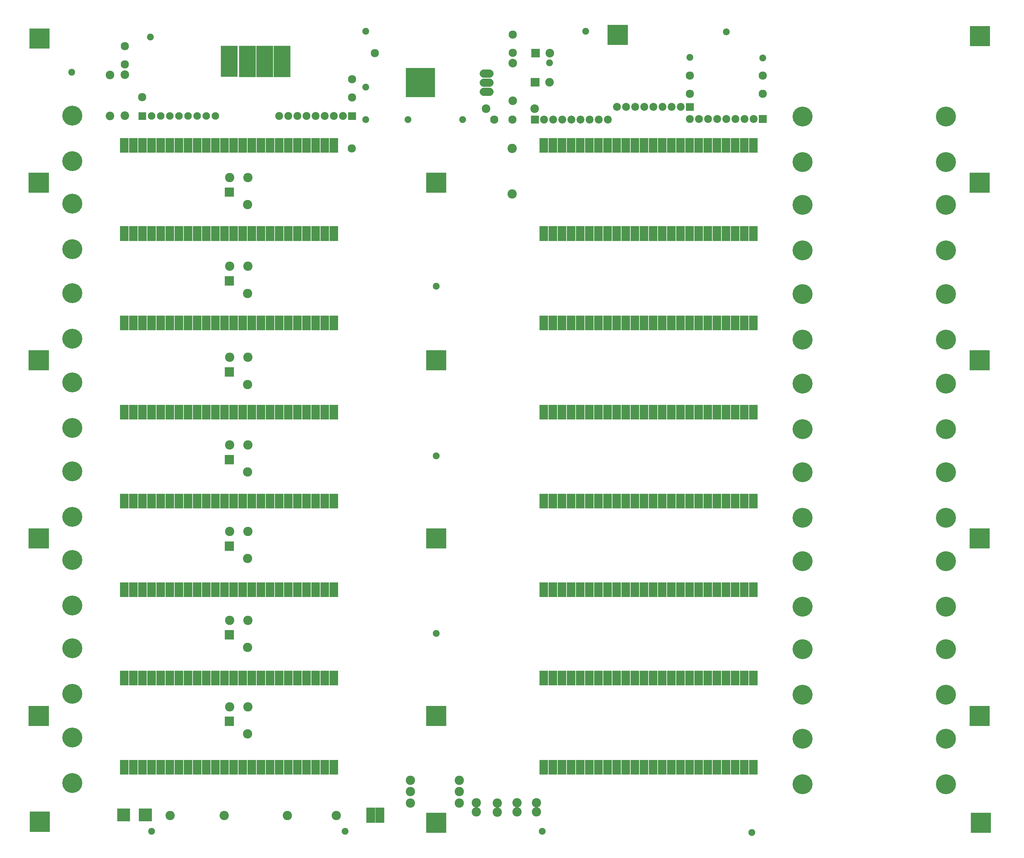
<source format=gbr>
%FSLAX34Y34*%
%MOMM*%
%LNSOLDERMASK_BOTTOM*%
G71*
G01*
%ADD10C, 2.600*%
%ADD11C, 2.600*%
%ADD12C, 5.550*%
%ADD13C, 2.200*%
%ADD14C, 2.100*%
%ADD15C, 2.250*%
%ADD16C, 5.600*%
%ADD17C, 2.400*%
%ADD18C, 2.300*%
%ADD19C, 2.400*%
%ADD20C, 2.300*%
%ADD21C, 1.900*%
%ADD22R, 8.200X8.200*%
%LPD*%
X1317389Y-1179251D02*
G54D10*
D03*
X1317389Y-1204652D02*
G54D10*
D03*
X1372307Y-1203781D02*
G54D10*
D03*
X1372307Y-1178381D02*
G54D10*
D03*
X1259091Y-1178920D02*
G54D10*
D03*
X1259091Y-1204321D02*
G54D10*
D03*
G36*
X258218Y-1194478D02*
X294218Y-1194478D01*
X294218Y-1230478D01*
X258218Y-1230478D01*
X258218Y-1194478D01*
G37*
G36*
X2637175Y-1206613D02*
X2693175Y-1206613D01*
X2693175Y-1262613D01*
X2637175Y-1262613D01*
X2637175Y-1206613D01*
G37*
G36*
X14625Y-1203438D02*
X70625Y-1203438D01*
X70625Y-1259438D01*
X14625Y-1259438D01*
X14625Y-1203438D01*
G37*
G36*
X1119525Y-1206612D02*
X1175525Y-1206612D01*
X1175525Y-1262612D01*
X1119525Y-1262612D01*
X1119525Y-1206612D01*
G37*
G36*
X2634830Y988081D02*
X2690830Y988081D01*
X2690830Y932081D01*
X2634830Y932081D01*
X2634830Y988081D01*
G37*
G36*
X13868Y925732D02*
X13868Y981732D01*
X69868Y981732D01*
X69868Y925732D01*
X13868Y925732D01*
G37*
G36*
X547018Y933366D02*
X593518Y933366D01*
X593518Y846366D01*
X547018Y846366D01*
X547018Y933366D01*
G37*
G36*
X597480Y933241D02*
X643980Y933241D01*
X643980Y846241D01*
X597480Y846241D01*
X597480Y933241D01*
G37*
G36*
X646493Y933240D02*
X692993Y933240D01*
X692993Y846240D01*
X646493Y846240D01*
X646493Y933240D01*
G37*
G36*
X694743Y933240D02*
X741243Y933240D01*
X741243Y846240D01*
X694743Y846240D01*
X694743Y933240D01*
G37*
X1211903Y-1147582D02*
G54D11*
D03*
X1075378Y-1147582D02*
G54D11*
D03*
X1211903Y-1115832D02*
G54D11*
D03*
X1075378Y-1115832D02*
G54D11*
D03*
X1211903Y-1179332D02*
G54D11*
D03*
X1075378Y-1179332D02*
G54D11*
D03*
G36*
X1625180Y991257D02*
X1681180Y991257D01*
X1681180Y935257D01*
X1625180Y935257D01*
X1625180Y991257D01*
G37*
G36*
X1435430Y-1059198D02*
X1458930Y-1059198D01*
X1458930Y-1100198D01*
X1435430Y-1100198D01*
X1435430Y-1059198D01*
G37*
G36*
X1460830Y-1059198D02*
X1484330Y-1059198D01*
X1484330Y-1100198D01*
X1460830Y-1100198D01*
X1460830Y-1059198D01*
G37*
G36*
X1486230Y-1059198D02*
X1509730Y-1059198D01*
X1509730Y-1100198D01*
X1486230Y-1100198D01*
X1486230Y-1059198D01*
G37*
G36*
X1511630Y-1059198D02*
X1535130Y-1059198D01*
X1535130Y-1100198D01*
X1511630Y-1100198D01*
X1511630Y-1059198D01*
G37*
G36*
X1537030Y-1059198D02*
X1560530Y-1059198D01*
X1560530Y-1100198D01*
X1537030Y-1100198D01*
X1537030Y-1059198D01*
G37*
G36*
X1562430Y-1059198D02*
X1585930Y-1059198D01*
X1585930Y-1100198D01*
X1562430Y-1100198D01*
X1562430Y-1059198D01*
G37*
G36*
X1587830Y-1059198D02*
X1611330Y-1059198D01*
X1611330Y-1100198D01*
X1587830Y-1100198D01*
X1587830Y-1059198D01*
G37*
G36*
X1613230Y-1059198D02*
X1636730Y-1059198D01*
X1636730Y-1100198D01*
X1613230Y-1100198D01*
X1613230Y-1059198D01*
G37*
G36*
X1638630Y-1059198D02*
X1662130Y-1059198D01*
X1662130Y-1100198D01*
X1638630Y-1100198D01*
X1638630Y-1059198D01*
G37*
G36*
X1664030Y-1059198D02*
X1687530Y-1059198D01*
X1687530Y-1100198D01*
X1664030Y-1100198D01*
X1664030Y-1059198D01*
G37*
G36*
X1689430Y-1059198D02*
X1712930Y-1059198D01*
X1712930Y-1100198D01*
X1689430Y-1100198D01*
X1689430Y-1059198D01*
G37*
G36*
X1714830Y-1059198D02*
X1738330Y-1059198D01*
X1738330Y-1100198D01*
X1714830Y-1100198D01*
X1714830Y-1059198D01*
G37*
G36*
X1740230Y-1059198D02*
X1763730Y-1059198D01*
X1763730Y-1100198D01*
X1740230Y-1100198D01*
X1740230Y-1059198D01*
G37*
G36*
X1765630Y-1059198D02*
X1789130Y-1059198D01*
X1789130Y-1100198D01*
X1765630Y-1100198D01*
X1765630Y-1059198D01*
G37*
G36*
X1791030Y-1059198D02*
X1814530Y-1059198D01*
X1814530Y-1100198D01*
X1791030Y-1100198D01*
X1791030Y-1059198D01*
G37*
G36*
X1816430Y-1059198D02*
X1839930Y-1059198D01*
X1839930Y-1100198D01*
X1816430Y-1100198D01*
X1816430Y-1059198D01*
G37*
G36*
X1841830Y-1059198D02*
X1865330Y-1059198D01*
X1865330Y-1100198D01*
X1841830Y-1100198D01*
X1841830Y-1059198D01*
G37*
G36*
X1867230Y-1059198D02*
X1890730Y-1059198D01*
X1890730Y-1100198D01*
X1867230Y-1100198D01*
X1867230Y-1059198D01*
G37*
G36*
X1892630Y-1059198D02*
X1916130Y-1059198D01*
X1916130Y-1100198D01*
X1892630Y-1100198D01*
X1892630Y-1059198D01*
G37*
G36*
X1918030Y-1059198D02*
X1941530Y-1059198D01*
X1941530Y-1100198D01*
X1918030Y-1100198D01*
X1918030Y-1059198D01*
G37*
G36*
X1943430Y-1059198D02*
X1966930Y-1059198D01*
X1966930Y-1100198D01*
X1943430Y-1100198D01*
X1943430Y-1059198D01*
G37*
G36*
X1968830Y-1059198D02*
X1992330Y-1059198D01*
X1992330Y-1100198D01*
X1968830Y-1100198D01*
X1968830Y-1059198D01*
G37*
G36*
X1994230Y-1059198D02*
X2017730Y-1059198D01*
X2017730Y-1100198D01*
X1994230Y-1100198D01*
X1994230Y-1059198D01*
G37*
G36*
X2019630Y-1059198D02*
X2043130Y-1059198D01*
X2043130Y-1100198D01*
X2019630Y-1100198D01*
X2019630Y-1059198D01*
G37*
G36*
X266236Y-1059198D02*
X289736Y-1059198D01*
X289736Y-1100198D01*
X266236Y-1100198D01*
X266236Y-1059198D01*
G37*
G36*
X291636Y-1059198D02*
X315136Y-1059198D01*
X315136Y-1100198D01*
X291636Y-1100198D01*
X291636Y-1059198D01*
G37*
G36*
X317036Y-1059198D02*
X340536Y-1059198D01*
X340536Y-1100198D01*
X317036Y-1100198D01*
X317036Y-1059198D01*
G37*
G36*
X342436Y-1059198D02*
X365936Y-1059198D01*
X365936Y-1100198D01*
X342436Y-1100198D01*
X342436Y-1059198D01*
G37*
G36*
X367836Y-1059198D02*
X391336Y-1059198D01*
X391336Y-1100198D01*
X367836Y-1100198D01*
X367836Y-1059198D01*
G37*
G36*
X393236Y-1059198D02*
X416736Y-1059198D01*
X416736Y-1100198D01*
X393236Y-1100198D01*
X393236Y-1059198D01*
G37*
G36*
X418636Y-1059198D02*
X442136Y-1059198D01*
X442136Y-1100198D01*
X418636Y-1100198D01*
X418636Y-1059198D01*
G37*
G36*
X444036Y-1059198D02*
X467536Y-1059198D01*
X467536Y-1100198D01*
X444036Y-1100198D01*
X444036Y-1059198D01*
G37*
G36*
X469436Y-1059198D02*
X492936Y-1059198D01*
X492936Y-1100198D01*
X469436Y-1100198D01*
X469436Y-1059198D01*
G37*
G36*
X494836Y-1059198D02*
X518336Y-1059198D01*
X518336Y-1100198D01*
X494836Y-1100198D01*
X494836Y-1059198D01*
G37*
G36*
X520236Y-1059198D02*
X543736Y-1059198D01*
X543736Y-1100198D01*
X520236Y-1100198D01*
X520236Y-1059198D01*
G37*
G36*
X545636Y-1059198D02*
X569136Y-1059198D01*
X569136Y-1100198D01*
X545636Y-1100198D01*
X545636Y-1059198D01*
G37*
G36*
X571036Y-1059198D02*
X594536Y-1059198D01*
X594536Y-1100198D01*
X571036Y-1100198D01*
X571036Y-1059198D01*
G37*
G36*
X596436Y-1059199D02*
X619936Y-1059199D01*
X619936Y-1100199D01*
X596436Y-1100199D01*
X596436Y-1059199D01*
G37*
G36*
X621836Y-1059199D02*
X645336Y-1059199D01*
X645336Y-1100199D01*
X621836Y-1100199D01*
X621836Y-1059199D01*
G37*
G36*
X647236Y-1059198D02*
X670736Y-1059198D01*
X670736Y-1100198D01*
X647236Y-1100198D01*
X647236Y-1059198D01*
G37*
G36*
X672636Y-1059198D02*
X696136Y-1059198D01*
X696136Y-1100198D01*
X672636Y-1100198D01*
X672636Y-1059198D01*
G37*
G36*
X698036Y-1059198D02*
X721536Y-1059198D01*
X721536Y-1100198D01*
X698036Y-1100198D01*
X698036Y-1059198D01*
G37*
G36*
X723436Y-1059198D02*
X746936Y-1059198D01*
X746936Y-1100198D01*
X723436Y-1100198D01*
X723436Y-1059198D01*
G37*
G36*
X748836Y-1059198D02*
X772336Y-1059198D01*
X772336Y-1100198D01*
X748836Y-1100198D01*
X748836Y-1059198D01*
G37*
G36*
X774236Y-1059198D02*
X797736Y-1059198D01*
X797736Y-1100198D01*
X774236Y-1100198D01*
X774236Y-1059198D01*
G37*
G36*
X799636Y-1059198D02*
X823136Y-1059198D01*
X823136Y-1100198D01*
X799636Y-1100198D01*
X799636Y-1059198D01*
G37*
G36*
X825036Y-1059198D02*
X848536Y-1059198D01*
X848536Y-1100198D01*
X825036Y-1100198D01*
X825036Y-1059198D01*
G37*
G36*
X850436Y-1059198D02*
X873936Y-1059198D01*
X873936Y-1100198D01*
X850436Y-1100198D01*
X850436Y-1059198D01*
G37*
X2168268Y-999662D02*
G54D12*
D03*
X2168268Y-1126662D02*
G54D12*
D03*
X2568318Y-999662D02*
G54D12*
D03*
X2568318Y-1126662D02*
G54D12*
D03*
X133113Y-1123518D02*
G54D12*
D03*
X133113Y-996518D02*
G54D12*
D03*
X571262Y565612D02*
G54D11*
D03*
X622063Y565612D02*
G54D11*
D03*
G36*
X583692Y537980D02*
X583692Y511980D01*
X557692Y511980D01*
X557692Y537980D01*
X583692Y537980D01*
G37*
X621492Y490054D02*
G54D11*
D03*
G36*
X1411162Y738538D02*
X1433162Y738538D01*
X1433162Y716538D01*
X1411162Y716538D01*
X1411162Y738538D01*
G37*
X1447562Y727538D02*
G54D13*
D03*
X1472962Y727538D02*
G54D13*
D03*
X1498362Y727538D02*
G54D13*
D03*
X1523762Y727538D02*
G54D13*
D03*
X1549162Y727538D02*
G54D13*
D03*
X1574562Y727538D02*
G54D13*
D03*
X1599962Y727538D02*
G54D13*
D03*
X1625362Y727538D02*
G54D13*
D03*
X571262Y317962D02*
G54D11*
D03*
X622063Y317962D02*
G54D11*
D03*
G36*
X583692Y290330D02*
X583692Y264330D01*
X557692Y264330D01*
X557692Y290330D01*
X583692Y290330D01*
G37*
X621492Y242404D02*
G54D11*
D03*
X571262Y63962D02*
G54D11*
D03*
X622063Y63962D02*
G54D11*
D03*
G36*
X583692Y36330D02*
X583692Y10330D01*
X557692Y10330D01*
X557692Y36330D01*
X583692Y36330D01*
G37*
X621492Y-11596D02*
G54D11*
D03*
X571262Y-180512D02*
G54D11*
D03*
X622063Y-180513D02*
G54D11*
D03*
G36*
X583692Y-208146D02*
X583692Y-234146D01*
X557692Y-234146D01*
X557692Y-208146D01*
X583692Y-208146D01*
G37*
X621492Y-256071D02*
G54D11*
D03*
X571262Y-421812D02*
G54D11*
D03*
X622063Y-421813D02*
G54D11*
D03*
G36*
X583692Y-449446D02*
X583692Y-475446D01*
X557692Y-475446D01*
X557692Y-449446D01*
X583692Y-449446D01*
G37*
X621492Y-497371D02*
G54D11*
D03*
X571262Y-669462D02*
G54D11*
D03*
X622063Y-669463D02*
G54D11*
D03*
G36*
X583692Y-697096D02*
X583692Y-723096D01*
X557692Y-723096D01*
X557692Y-697096D01*
X583692Y-697096D01*
G37*
X621492Y-745021D02*
G54D11*
D03*
X571262Y-910762D02*
G54D11*
D03*
X622063Y-910763D02*
G54D11*
D03*
G36*
X583692Y-938396D02*
X583692Y-964396D01*
X557692Y-964396D01*
X557692Y-938396D01*
X583692Y-938396D01*
G37*
X621492Y-986321D02*
G54D11*
D03*
G36*
X923574Y726064D02*
X901574Y726064D01*
X901574Y748064D01*
X923574Y748064D01*
X923574Y726064D01*
G37*
X887174Y737064D02*
G54D13*
D03*
X861774Y737064D02*
G54D13*
D03*
X836374Y737064D02*
G54D13*
D03*
X810974Y737064D02*
G54D13*
D03*
X785574Y737064D02*
G54D13*
D03*
X760174Y737064D02*
G54D13*
D03*
X734774Y737064D02*
G54D13*
D03*
X709374Y737064D02*
G54D13*
D03*
G36*
X317873Y747564D02*
X338873Y747564D01*
X338873Y726564D01*
X317873Y726564D01*
X317873Y747564D01*
G37*
X353773Y737064D02*
G54D14*
D03*
X379173Y737064D02*
G54D14*
D03*
X404573Y737064D02*
G54D14*
D03*
X429973Y737064D02*
G54D14*
D03*
X455373Y737064D02*
G54D14*
D03*
X480773Y737064D02*
G54D14*
D03*
X506173Y737064D02*
G54D14*
D03*
X531573Y737064D02*
G54D14*
D03*
G54D15*
X1279038Y805414D02*
X1295538Y805414D01*
G54D15*
X1279038Y830814D02*
X1295538Y830814D01*
G54D15*
X1279038Y856214D02*
X1295538Y856214D01*
X1103138Y830814D02*
G54D16*
D03*
X1421440Y757434D02*
G54D17*
D03*
X1286503Y757434D02*
G54D17*
D03*
X1309111Y727234D02*
G54D18*
D03*
X1359911Y727234D02*
G54D18*
D03*
X1464030Y912838D02*
G54D19*
D03*
G36*
X1436030Y900838D02*
X1412030Y900838D01*
X1412030Y924838D01*
X1436030Y924838D01*
X1436030Y900838D01*
G37*
X1360642Y964795D02*
G54D18*
D03*
X1360641Y913995D02*
G54D18*
D03*
G36*
X318570Y-1194478D02*
X354570Y-1194478D01*
X354570Y-1230478D01*
X318570Y-1230478D01*
X318570Y-1194478D01*
G37*
X279768Y932317D02*
G54D18*
D03*
X279767Y881517D02*
G54D18*
D03*
X1854354Y850495D02*
G54D18*
D03*
X1854354Y799695D02*
G54D18*
D03*
X1426696Y-1178319D02*
G54D10*
D03*
X1426695Y-1203719D02*
G54D10*
D03*
X976690Y912744D02*
G54D20*
D03*
X1360250Y884700D02*
G54D17*
D03*
X1360250Y779925D02*
G54D17*
D03*
X912725Y840175D02*
G54D18*
D03*
X912724Y789375D02*
G54D18*
D03*
X950675Y727538D02*
G54D21*
D03*
X1068150Y727538D02*
G54D21*
D03*
X1220550Y727538D02*
G54D21*
D03*
X950675Y818025D02*
G54D21*
D03*
X131525Y859300D02*
G54D21*
D03*
X350600Y957725D02*
G54D21*
D03*
X950675Y973600D02*
G54D21*
D03*
X1563450Y973600D02*
G54D21*
D03*
X353775Y-1258425D02*
G54D21*
D03*
X893525Y-1258425D02*
G54D21*
D03*
X1442800Y-1258425D02*
G54D21*
D03*
X2027000Y-1261600D02*
G54D21*
D03*
X1462950Y885275D02*
G54D21*
D03*
X1853962Y900575D02*
G54D21*
D03*
X1359276Y646924D02*
G54D11*
D03*
X1359276Y519924D02*
G54D11*
D03*
X2057554Y850495D02*
G54D18*
D03*
X2057554Y799695D02*
G54D18*
D03*
X2057162Y898988D02*
G54D21*
D03*
X1955893Y972013D02*
G54D21*
D03*
X1103075Y830725D02*
G54D22*
D03*
G36*
X976765Y-1192285D02*
X976765Y-1234285D01*
X952765Y-1234285D01*
X952765Y-1192285D01*
X976765Y-1192285D01*
G37*
G36*
X1002165Y-1192285D02*
X1002165Y-1234285D01*
X978165Y-1234285D01*
X978165Y-1192285D01*
X1002165Y-1192285D01*
G37*
X869003Y-1214257D02*
G54D11*
D03*
X732478Y-1214257D02*
G54D11*
D03*
X556266Y-1214257D02*
G54D11*
D03*
X405453Y-1214257D02*
G54D11*
D03*
X237888Y851362D02*
G54D17*
D03*
X237888Y737062D02*
G54D17*
D03*
G36*
X11450Y579326D02*
X67450Y579326D01*
X67450Y523326D01*
X11450Y523326D01*
X11450Y579326D01*
G37*
G36*
X11450Y84026D02*
X67450Y84026D01*
X67450Y28026D01*
X11450Y28026D01*
X11450Y84026D01*
G37*
G36*
X11450Y-908162D02*
X67450Y-908162D01*
X67450Y-964162D01*
X11450Y-964162D01*
X11450Y-908162D01*
G37*
G36*
X2068766Y718114D02*
X2046766Y718114D01*
X2046766Y740114D01*
X2068766Y740114D01*
X2068766Y718114D01*
G37*
X2032366Y729114D02*
G54D13*
D03*
X2006967Y729114D02*
G54D13*
D03*
X1981567Y729114D02*
G54D13*
D03*
X1956167Y729114D02*
G54D13*
D03*
X1930767Y729114D02*
G54D13*
D03*
X1905367Y729114D02*
G54D13*
D03*
X1879967Y729114D02*
G54D13*
D03*
X1854567Y729114D02*
G54D13*
D03*
G36*
X1864960Y751464D02*
X1842960Y751464D01*
X1842960Y773464D01*
X1864960Y773464D01*
X1864960Y751464D01*
G37*
X1828560Y762464D02*
G54D13*
D03*
X1803160Y762464D02*
G54D13*
D03*
X1777760Y762464D02*
G54D13*
D03*
X1752360Y762464D02*
G54D13*
D03*
X1726960Y762464D02*
G54D13*
D03*
X1701560Y762464D02*
G54D13*
D03*
X1676160Y762464D02*
G54D13*
D03*
X1650760Y762464D02*
G54D13*
D03*
G36*
X11450Y-412862D02*
X67450Y-412862D01*
X67450Y-468862D01*
X11450Y-468862D01*
X11450Y-412862D01*
G37*
X1147525Y-705975D02*
G54D21*
D03*
X1147525Y-210675D02*
G54D21*
D03*
X1147525Y262400D02*
G54D21*
D03*
G36*
X1435430Y-809961D02*
X1458930Y-809961D01*
X1458930Y-850961D01*
X1435430Y-850961D01*
X1435430Y-809961D01*
G37*
G36*
X1460830Y-809961D02*
X1484330Y-809961D01*
X1484330Y-850961D01*
X1460830Y-850961D01*
X1460830Y-809961D01*
G37*
G36*
X1486230Y-809961D02*
X1509730Y-809961D01*
X1509730Y-850961D01*
X1486230Y-850961D01*
X1486230Y-809961D01*
G37*
G36*
X1511630Y-809961D02*
X1535130Y-809961D01*
X1535130Y-850961D01*
X1511630Y-850961D01*
X1511630Y-809961D01*
G37*
G36*
X1537030Y-809961D02*
X1560530Y-809961D01*
X1560530Y-850961D01*
X1537030Y-850961D01*
X1537030Y-809961D01*
G37*
G36*
X1562430Y-809961D02*
X1585930Y-809961D01*
X1585930Y-850961D01*
X1562430Y-850961D01*
X1562430Y-809961D01*
G37*
G36*
X1587830Y-809961D02*
X1611330Y-809961D01*
X1611330Y-850961D01*
X1587830Y-850961D01*
X1587830Y-809961D01*
G37*
G36*
X1613230Y-809961D02*
X1636730Y-809961D01*
X1636730Y-850961D01*
X1613230Y-850961D01*
X1613230Y-809961D01*
G37*
G36*
X1638630Y-809961D02*
X1662130Y-809961D01*
X1662130Y-850961D01*
X1638630Y-850961D01*
X1638630Y-809961D01*
G37*
G36*
X1664030Y-809961D02*
X1687530Y-809961D01*
X1687530Y-850961D01*
X1664030Y-850961D01*
X1664030Y-809961D01*
G37*
G36*
X1689430Y-809961D02*
X1712930Y-809961D01*
X1712930Y-850961D01*
X1689430Y-850961D01*
X1689430Y-809961D01*
G37*
G36*
X1714830Y-809961D02*
X1738330Y-809961D01*
X1738330Y-850961D01*
X1714830Y-850961D01*
X1714830Y-809961D01*
G37*
G36*
X1740230Y-809961D02*
X1763730Y-809961D01*
X1763730Y-850961D01*
X1740230Y-850961D01*
X1740230Y-809961D01*
G37*
G36*
X1765630Y-809961D02*
X1789130Y-809961D01*
X1789130Y-850961D01*
X1765630Y-850961D01*
X1765630Y-809961D01*
G37*
G36*
X1791030Y-809961D02*
X1814530Y-809961D01*
X1814530Y-850961D01*
X1791030Y-850961D01*
X1791030Y-809961D01*
G37*
G36*
X1816430Y-809961D02*
X1839930Y-809961D01*
X1839930Y-850961D01*
X1816430Y-850961D01*
X1816430Y-809961D01*
G37*
G36*
X1841830Y-809961D02*
X1865330Y-809961D01*
X1865330Y-850961D01*
X1841830Y-850961D01*
X1841830Y-809961D01*
G37*
G36*
X1867230Y-809961D02*
X1890730Y-809961D01*
X1890730Y-850961D01*
X1867230Y-850961D01*
X1867230Y-809961D01*
G37*
G36*
X1892630Y-809961D02*
X1916130Y-809961D01*
X1916130Y-850961D01*
X1892630Y-850961D01*
X1892630Y-809961D01*
G37*
G36*
X1918030Y-809961D02*
X1941530Y-809961D01*
X1941530Y-850961D01*
X1918030Y-850961D01*
X1918030Y-809961D01*
G37*
G36*
X1943430Y-809961D02*
X1966930Y-809961D01*
X1966930Y-850961D01*
X1943430Y-850961D01*
X1943430Y-809961D01*
G37*
G36*
X1968830Y-809961D02*
X1992330Y-809961D01*
X1992330Y-850961D01*
X1968830Y-850961D01*
X1968830Y-809961D01*
G37*
G36*
X1994230Y-809961D02*
X2017730Y-809961D01*
X2017730Y-850961D01*
X1994230Y-850961D01*
X1994230Y-809961D01*
G37*
G36*
X2019630Y-809961D02*
X2043130Y-809961D01*
X2043130Y-850961D01*
X2019630Y-850961D01*
X2019630Y-809961D01*
G37*
G36*
X266236Y-809961D02*
X289736Y-809961D01*
X289736Y-850961D01*
X266236Y-850961D01*
X266236Y-809961D01*
G37*
G36*
X291636Y-809961D02*
X315136Y-809961D01*
X315136Y-850961D01*
X291636Y-850961D01*
X291636Y-809961D01*
G37*
G36*
X317036Y-809961D02*
X340536Y-809961D01*
X340536Y-850961D01*
X317036Y-850961D01*
X317036Y-809961D01*
G37*
G36*
X342436Y-809961D02*
X365936Y-809961D01*
X365936Y-850961D01*
X342436Y-850961D01*
X342436Y-809961D01*
G37*
G36*
X367836Y-809961D02*
X391336Y-809961D01*
X391336Y-850961D01*
X367836Y-850961D01*
X367836Y-809961D01*
G37*
G36*
X393236Y-809961D02*
X416736Y-809961D01*
X416736Y-850961D01*
X393236Y-850961D01*
X393236Y-809961D01*
G37*
G36*
X418636Y-809961D02*
X442136Y-809961D01*
X442136Y-850961D01*
X418636Y-850961D01*
X418636Y-809961D01*
G37*
G36*
X444036Y-809961D02*
X467536Y-809961D01*
X467536Y-850961D01*
X444036Y-850961D01*
X444036Y-809961D01*
G37*
G36*
X469436Y-809961D02*
X492936Y-809961D01*
X492936Y-850961D01*
X469436Y-850961D01*
X469436Y-809961D01*
G37*
G36*
X494836Y-809961D02*
X518336Y-809961D01*
X518336Y-850961D01*
X494836Y-850961D01*
X494836Y-809961D01*
G37*
G36*
X520236Y-809961D02*
X543736Y-809961D01*
X543736Y-850961D01*
X520236Y-850961D01*
X520236Y-809961D01*
G37*
G36*
X545636Y-809961D02*
X569136Y-809961D01*
X569136Y-850961D01*
X545636Y-850961D01*
X545636Y-809961D01*
G37*
G36*
X571036Y-809961D02*
X594536Y-809961D01*
X594536Y-850961D01*
X571036Y-850961D01*
X571036Y-809961D01*
G37*
G36*
X596436Y-809962D02*
X619936Y-809962D01*
X619936Y-850962D01*
X596436Y-850962D01*
X596436Y-809962D01*
G37*
G36*
X621836Y-809962D02*
X645336Y-809962D01*
X645336Y-850962D01*
X621836Y-850962D01*
X621836Y-809962D01*
G37*
G36*
X647236Y-809961D02*
X670736Y-809961D01*
X670736Y-850961D01*
X647236Y-850961D01*
X647236Y-809961D01*
G37*
G36*
X672636Y-809961D02*
X696136Y-809961D01*
X696136Y-850961D01*
X672636Y-850961D01*
X672636Y-809961D01*
G37*
G36*
X698036Y-809961D02*
X721536Y-809961D01*
X721536Y-850961D01*
X698036Y-850961D01*
X698036Y-809961D01*
G37*
G36*
X723436Y-809961D02*
X746936Y-809961D01*
X746936Y-850961D01*
X723436Y-850961D01*
X723436Y-809961D01*
G37*
G36*
X748836Y-809961D02*
X772336Y-809961D01*
X772336Y-850961D01*
X748836Y-850961D01*
X748836Y-809961D01*
G37*
G36*
X774236Y-809961D02*
X797736Y-809961D01*
X797736Y-850961D01*
X774236Y-850961D01*
X774236Y-809961D01*
G37*
G36*
X799636Y-809961D02*
X823136Y-809961D01*
X823136Y-850961D01*
X799636Y-850961D01*
X799636Y-809961D01*
G37*
G36*
X825036Y-809961D02*
X848536Y-809961D01*
X848536Y-850961D01*
X825036Y-850961D01*
X825036Y-809961D01*
G37*
G36*
X850436Y-809961D02*
X873936Y-809961D01*
X873936Y-850961D01*
X850436Y-850961D01*
X850436Y-809961D01*
G37*
X2168268Y-750425D02*
G54D12*
D03*
X2168268Y-877425D02*
G54D12*
D03*
X2568318Y-750425D02*
G54D12*
D03*
X2568318Y-877425D02*
G54D12*
D03*
X133113Y-874281D02*
G54D12*
D03*
X133113Y-747281D02*
G54D12*
D03*
G36*
X1435430Y-563898D02*
X1458930Y-563898D01*
X1458930Y-604898D01*
X1435430Y-604898D01*
X1435430Y-563898D01*
G37*
G36*
X1460830Y-563898D02*
X1484330Y-563898D01*
X1484330Y-604898D01*
X1460830Y-604898D01*
X1460830Y-563898D01*
G37*
G36*
X1486230Y-563898D02*
X1509730Y-563898D01*
X1509730Y-604898D01*
X1486230Y-604898D01*
X1486230Y-563898D01*
G37*
G36*
X1511630Y-563898D02*
X1535130Y-563898D01*
X1535130Y-604898D01*
X1511630Y-604898D01*
X1511630Y-563898D01*
G37*
G36*
X1537030Y-563898D02*
X1560530Y-563898D01*
X1560530Y-604898D01*
X1537030Y-604898D01*
X1537030Y-563898D01*
G37*
G36*
X1562430Y-563898D02*
X1585930Y-563898D01*
X1585930Y-604898D01*
X1562430Y-604898D01*
X1562430Y-563898D01*
G37*
G36*
X1587830Y-563898D02*
X1611330Y-563898D01*
X1611330Y-604898D01*
X1587830Y-604898D01*
X1587830Y-563898D01*
G37*
G36*
X1613230Y-563898D02*
X1636730Y-563898D01*
X1636730Y-604898D01*
X1613230Y-604898D01*
X1613230Y-563898D01*
G37*
G36*
X1638630Y-563898D02*
X1662130Y-563898D01*
X1662130Y-604898D01*
X1638630Y-604898D01*
X1638630Y-563898D01*
G37*
G36*
X1664030Y-563898D02*
X1687530Y-563898D01*
X1687530Y-604898D01*
X1664030Y-604898D01*
X1664030Y-563898D01*
G37*
G36*
X1689430Y-563898D02*
X1712930Y-563898D01*
X1712930Y-604898D01*
X1689430Y-604898D01*
X1689430Y-563898D01*
G37*
G36*
X1714830Y-563898D02*
X1738330Y-563898D01*
X1738330Y-604898D01*
X1714830Y-604898D01*
X1714830Y-563898D01*
G37*
G36*
X1740230Y-563898D02*
X1763730Y-563898D01*
X1763730Y-604898D01*
X1740230Y-604898D01*
X1740230Y-563898D01*
G37*
G36*
X1765630Y-563898D02*
X1789130Y-563898D01*
X1789130Y-604898D01*
X1765630Y-604898D01*
X1765630Y-563898D01*
G37*
G36*
X1791030Y-563898D02*
X1814530Y-563898D01*
X1814530Y-604898D01*
X1791030Y-604898D01*
X1791030Y-563898D01*
G37*
G36*
X1816430Y-563898D02*
X1839930Y-563898D01*
X1839930Y-604898D01*
X1816430Y-604898D01*
X1816430Y-563898D01*
G37*
G36*
X1841830Y-563898D02*
X1865330Y-563898D01*
X1865330Y-604898D01*
X1841830Y-604898D01*
X1841830Y-563898D01*
G37*
G36*
X1867230Y-563898D02*
X1890730Y-563898D01*
X1890730Y-604898D01*
X1867230Y-604898D01*
X1867230Y-563898D01*
G37*
G36*
X1892630Y-563898D02*
X1916130Y-563898D01*
X1916130Y-604898D01*
X1892630Y-604898D01*
X1892630Y-563898D01*
G37*
G36*
X1918030Y-563898D02*
X1941530Y-563898D01*
X1941530Y-604898D01*
X1918030Y-604898D01*
X1918030Y-563898D01*
G37*
G36*
X1943430Y-563898D02*
X1966930Y-563898D01*
X1966930Y-604898D01*
X1943430Y-604898D01*
X1943430Y-563898D01*
G37*
G36*
X1968830Y-563898D02*
X1992330Y-563898D01*
X1992330Y-604898D01*
X1968830Y-604898D01*
X1968830Y-563898D01*
G37*
G36*
X1994230Y-563898D02*
X2017730Y-563898D01*
X2017730Y-604898D01*
X1994230Y-604898D01*
X1994230Y-563898D01*
G37*
G36*
X2019630Y-563898D02*
X2043130Y-563898D01*
X2043130Y-604898D01*
X2019630Y-604898D01*
X2019630Y-563898D01*
G37*
G36*
X266236Y-563898D02*
X289736Y-563898D01*
X289736Y-604898D01*
X266236Y-604898D01*
X266236Y-563898D01*
G37*
G36*
X291636Y-563898D02*
X315136Y-563898D01*
X315136Y-604898D01*
X291636Y-604898D01*
X291636Y-563898D01*
G37*
G36*
X317036Y-563898D02*
X340536Y-563898D01*
X340536Y-604898D01*
X317036Y-604898D01*
X317036Y-563898D01*
G37*
G36*
X342436Y-563898D02*
X365936Y-563898D01*
X365936Y-604898D01*
X342436Y-604898D01*
X342436Y-563898D01*
G37*
G36*
X367836Y-563898D02*
X391336Y-563898D01*
X391336Y-604898D01*
X367836Y-604898D01*
X367836Y-563898D01*
G37*
G36*
X393236Y-563898D02*
X416736Y-563898D01*
X416736Y-604898D01*
X393236Y-604898D01*
X393236Y-563898D01*
G37*
G36*
X418636Y-563898D02*
X442136Y-563898D01*
X442136Y-604898D01*
X418636Y-604898D01*
X418636Y-563898D01*
G37*
G36*
X444036Y-563898D02*
X467536Y-563898D01*
X467536Y-604898D01*
X444036Y-604898D01*
X444036Y-563898D01*
G37*
G36*
X469436Y-563898D02*
X492936Y-563898D01*
X492936Y-604898D01*
X469436Y-604898D01*
X469436Y-563898D01*
G37*
G36*
X494836Y-563898D02*
X518336Y-563898D01*
X518336Y-604898D01*
X494836Y-604898D01*
X494836Y-563898D01*
G37*
G36*
X520236Y-563898D02*
X543736Y-563898D01*
X543736Y-604898D01*
X520236Y-604898D01*
X520236Y-563898D01*
G37*
G36*
X545636Y-563898D02*
X569136Y-563898D01*
X569136Y-604898D01*
X545636Y-604898D01*
X545636Y-563898D01*
G37*
G36*
X571036Y-563898D02*
X594536Y-563898D01*
X594536Y-604898D01*
X571036Y-604898D01*
X571036Y-563898D01*
G37*
G36*
X596436Y-563899D02*
X619936Y-563899D01*
X619936Y-604899D01*
X596436Y-604899D01*
X596436Y-563899D01*
G37*
G36*
X621836Y-563899D02*
X645336Y-563899D01*
X645336Y-604899D01*
X621836Y-604899D01*
X621836Y-563899D01*
G37*
G36*
X647236Y-563898D02*
X670736Y-563898D01*
X670736Y-604898D01*
X647236Y-604898D01*
X647236Y-563898D01*
G37*
G36*
X672636Y-563898D02*
X696136Y-563898D01*
X696136Y-604898D01*
X672636Y-604898D01*
X672636Y-563898D01*
G37*
G36*
X698036Y-563898D02*
X721536Y-563898D01*
X721536Y-604898D01*
X698036Y-604898D01*
X698036Y-563898D01*
G37*
G36*
X723436Y-563898D02*
X746936Y-563898D01*
X746936Y-604898D01*
X723436Y-604898D01*
X723436Y-563898D01*
G37*
G36*
X748836Y-563898D02*
X772336Y-563898D01*
X772336Y-604898D01*
X748836Y-604898D01*
X748836Y-563898D01*
G37*
G36*
X774236Y-563898D02*
X797736Y-563898D01*
X797736Y-604898D01*
X774236Y-604898D01*
X774236Y-563898D01*
G37*
G36*
X799636Y-563898D02*
X823136Y-563898D01*
X823136Y-604898D01*
X799636Y-604898D01*
X799636Y-563898D01*
G37*
G36*
X825036Y-563898D02*
X848536Y-563898D01*
X848536Y-604898D01*
X825036Y-604898D01*
X825036Y-563898D01*
G37*
G36*
X850436Y-563898D02*
X873936Y-563898D01*
X873936Y-604898D01*
X850436Y-604898D01*
X850436Y-563898D01*
G37*
X2168268Y-504362D02*
G54D12*
D03*
X2168268Y-631362D02*
G54D12*
D03*
X2568318Y-504362D02*
G54D12*
D03*
X2568318Y-631362D02*
G54D12*
D03*
X133113Y-628218D02*
G54D12*
D03*
X133113Y-501218D02*
G54D12*
D03*
G36*
X1435430Y-316248D02*
X1458930Y-316248D01*
X1458930Y-357248D01*
X1435430Y-357248D01*
X1435430Y-316248D01*
G37*
G36*
X1460830Y-316248D02*
X1484330Y-316248D01*
X1484330Y-357248D01*
X1460830Y-357248D01*
X1460830Y-316248D01*
G37*
G36*
X1486230Y-316248D02*
X1509730Y-316248D01*
X1509730Y-357248D01*
X1486230Y-357248D01*
X1486230Y-316248D01*
G37*
G36*
X1511630Y-316248D02*
X1535130Y-316248D01*
X1535130Y-357248D01*
X1511630Y-357248D01*
X1511630Y-316248D01*
G37*
G36*
X1537030Y-316248D02*
X1560530Y-316248D01*
X1560530Y-357248D01*
X1537030Y-357248D01*
X1537030Y-316248D01*
G37*
G36*
X1562430Y-316248D02*
X1585930Y-316248D01*
X1585930Y-357248D01*
X1562430Y-357248D01*
X1562430Y-316248D01*
G37*
G36*
X1587830Y-316248D02*
X1611330Y-316248D01*
X1611330Y-357248D01*
X1587830Y-357248D01*
X1587830Y-316248D01*
G37*
G36*
X1613230Y-316248D02*
X1636730Y-316248D01*
X1636730Y-357248D01*
X1613230Y-357248D01*
X1613230Y-316248D01*
G37*
G36*
X1638630Y-316248D02*
X1662130Y-316248D01*
X1662130Y-357248D01*
X1638630Y-357248D01*
X1638630Y-316248D01*
G37*
G36*
X1664030Y-316248D02*
X1687530Y-316248D01*
X1687530Y-357248D01*
X1664030Y-357248D01*
X1664030Y-316248D01*
G37*
G36*
X1689430Y-316248D02*
X1712930Y-316248D01*
X1712930Y-357248D01*
X1689430Y-357248D01*
X1689430Y-316248D01*
G37*
G36*
X1714830Y-316248D02*
X1738330Y-316248D01*
X1738330Y-357248D01*
X1714830Y-357248D01*
X1714830Y-316248D01*
G37*
G36*
X1740230Y-316248D02*
X1763730Y-316248D01*
X1763730Y-357248D01*
X1740230Y-357248D01*
X1740230Y-316248D01*
G37*
G36*
X1765630Y-316248D02*
X1789130Y-316248D01*
X1789130Y-357248D01*
X1765630Y-357248D01*
X1765630Y-316248D01*
G37*
G36*
X1791030Y-316248D02*
X1814530Y-316248D01*
X1814530Y-357248D01*
X1791030Y-357248D01*
X1791030Y-316248D01*
G37*
G36*
X1816430Y-316248D02*
X1839930Y-316248D01*
X1839930Y-357248D01*
X1816430Y-357248D01*
X1816430Y-316248D01*
G37*
G36*
X1841830Y-316248D02*
X1865330Y-316248D01*
X1865330Y-357248D01*
X1841830Y-357248D01*
X1841830Y-316248D01*
G37*
G36*
X1867230Y-316248D02*
X1890730Y-316248D01*
X1890730Y-357248D01*
X1867230Y-357248D01*
X1867230Y-316248D01*
G37*
G36*
X1892630Y-316248D02*
X1916130Y-316248D01*
X1916130Y-357248D01*
X1892630Y-357248D01*
X1892630Y-316248D01*
G37*
G36*
X1918030Y-316248D02*
X1941530Y-316248D01*
X1941530Y-357248D01*
X1918030Y-357248D01*
X1918030Y-316248D01*
G37*
G36*
X1943430Y-316248D02*
X1966930Y-316248D01*
X1966930Y-357248D01*
X1943430Y-357248D01*
X1943430Y-316248D01*
G37*
G36*
X1968830Y-316248D02*
X1992330Y-316248D01*
X1992330Y-357248D01*
X1968830Y-357248D01*
X1968830Y-316248D01*
G37*
G36*
X1994230Y-316248D02*
X2017730Y-316248D01*
X2017730Y-357248D01*
X1994230Y-357248D01*
X1994230Y-316248D01*
G37*
G36*
X2019630Y-316248D02*
X2043130Y-316248D01*
X2043130Y-357248D01*
X2019630Y-357248D01*
X2019630Y-316248D01*
G37*
G36*
X266236Y-316248D02*
X289736Y-316248D01*
X289736Y-357248D01*
X266236Y-357248D01*
X266236Y-316248D01*
G37*
G36*
X291636Y-316248D02*
X315136Y-316248D01*
X315136Y-357248D01*
X291636Y-357248D01*
X291636Y-316248D01*
G37*
G36*
X317036Y-316248D02*
X340536Y-316248D01*
X340536Y-357248D01*
X317036Y-357248D01*
X317036Y-316248D01*
G37*
G36*
X342436Y-316248D02*
X365936Y-316248D01*
X365936Y-357248D01*
X342436Y-357248D01*
X342436Y-316248D01*
G37*
G36*
X367836Y-316248D02*
X391336Y-316248D01*
X391336Y-357248D01*
X367836Y-357248D01*
X367836Y-316248D01*
G37*
G36*
X393236Y-316248D02*
X416736Y-316248D01*
X416736Y-357248D01*
X393236Y-357248D01*
X393236Y-316248D01*
G37*
G36*
X418636Y-316248D02*
X442136Y-316248D01*
X442136Y-357248D01*
X418636Y-357248D01*
X418636Y-316248D01*
G37*
G36*
X444036Y-316248D02*
X467536Y-316248D01*
X467536Y-357248D01*
X444036Y-357248D01*
X444036Y-316248D01*
G37*
G36*
X469436Y-316248D02*
X492936Y-316248D01*
X492936Y-357248D01*
X469436Y-357248D01*
X469436Y-316248D01*
G37*
G36*
X494836Y-316248D02*
X518336Y-316248D01*
X518336Y-357248D01*
X494836Y-357248D01*
X494836Y-316248D01*
G37*
G36*
X520236Y-316248D02*
X543736Y-316248D01*
X543736Y-357248D01*
X520236Y-357248D01*
X520236Y-316248D01*
G37*
G36*
X545636Y-316248D02*
X569136Y-316248D01*
X569136Y-357248D01*
X545636Y-357248D01*
X545636Y-316248D01*
G37*
G36*
X571036Y-316248D02*
X594536Y-316248D01*
X594536Y-357248D01*
X571036Y-357248D01*
X571036Y-316248D01*
G37*
G36*
X596436Y-316249D02*
X619936Y-316249D01*
X619936Y-357249D01*
X596436Y-357249D01*
X596436Y-316249D01*
G37*
G36*
X621836Y-316249D02*
X645336Y-316249D01*
X645336Y-357249D01*
X621836Y-357249D01*
X621836Y-316249D01*
G37*
G36*
X647236Y-316248D02*
X670736Y-316248D01*
X670736Y-357248D01*
X647236Y-357248D01*
X647236Y-316248D01*
G37*
G36*
X672636Y-316248D02*
X696136Y-316248D01*
X696136Y-357248D01*
X672636Y-357248D01*
X672636Y-316248D01*
G37*
G36*
X698036Y-316248D02*
X721536Y-316248D01*
X721536Y-357248D01*
X698036Y-357248D01*
X698036Y-316248D01*
G37*
G36*
X723436Y-316248D02*
X746936Y-316248D01*
X746936Y-357248D01*
X723436Y-357248D01*
X723436Y-316248D01*
G37*
G36*
X748836Y-316248D02*
X772336Y-316248D01*
X772336Y-357248D01*
X748836Y-357248D01*
X748836Y-316248D01*
G37*
G36*
X774236Y-316248D02*
X797736Y-316248D01*
X797736Y-357248D01*
X774236Y-357248D01*
X774236Y-316248D01*
G37*
G36*
X799636Y-316248D02*
X823136Y-316248D01*
X823136Y-357248D01*
X799636Y-357248D01*
X799636Y-316248D01*
G37*
G36*
X825036Y-316248D02*
X848536Y-316248D01*
X848536Y-357248D01*
X825036Y-357248D01*
X825036Y-316248D01*
G37*
G36*
X850436Y-316248D02*
X873936Y-316248D01*
X873936Y-357248D01*
X850436Y-357248D01*
X850436Y-316248D01*
G37*
X2168268Y-256712D02*
G54D12*
D03*
X2168268Y-383712D02*
G54D12*
D03*
X2568318Y-256712D02*
G54D12*
D03*
X2568318Y-383712D02*
G54D12*
D03*
X133113Y-380568D02*
G54D12*
D03*
X133113Y-253568D02*
G54D12*
D03*
G36*
X1435430Y-68598D02*
X1458930Y-68598D01*
X1458930Y-109598D01*
X1435430Y-109598D01*
X1435430Y-68598D01*
G37*
G36*
X1460830Y-68598D02*
X1484330Y-68598D01*
X1484330Y-109598D01*
X1460830Y-109598D01*
X1460830Y-68598D01*
G37*
G36*
X1486230Y-68598D02*
X1509730Y-68598D01*
X1509730Y-109598D01*
X1486230Y-109598D01*
X1486230Y-68598D01*
G37*
G36*
X1511630Y-68598D02*
X1535130Y-68598D01*
X1535130Y-109598D01*
X1511630Y-109598D01*
X1511630Y-68598D01*
G37*
G36*
X1537030Y-68598D02*
X1560530Y-68598D01*
X1560530Y-109598D01*
X1537030Y-109598D01*
X1537030Y-68598D01*
G37*
G36*
X1562430Y-68598D02*
X1585930Y-68598D01*
X1585930Y-109598D01*
X1562430Y-109598D01*
X1562430Y-68598D01*
G37*
G36*
X1587830Y-68598D02*
X1611330Y-68598D01*
X1611330Y-109598D01*
X1587830Y-109598D01*
X1587830Y-68598D01*
G37*
G36*
X1613230Y-68598D02*
X1636730Y-68598D01*
X1636730Y-109598D01*
X1613230Y-109598D01*
X1613230Y-68598D01*
G37*
G36*
X1638630Y-68598D02*
X1662130Y-68598D01*
X1662130Y-109598D01*
X1638630Y-109598D01*
X1638630Y-68598D01*
G37*
G36*
X1664030Y-68598D02*
X1687530Y-68598D01*
X1687530Y-109598D01*
X1664030Y-109598D01*
X1664030Y-68598D01*
G37*
G36*
X1689430Y-68598D02*
X1712930Y-68598D01*
X1712930Y-109598D01*
X1689430Y-109598D01*
X1689430Y-68598D01*
G37*
G36*
X1714830Y-68598D02*
X1738330Y-68598D01*
X1738330Y-109598D01*
X1714830Y-109598D01*
X1714830Y-68598D01*
G37*
G36*
X1740230Y-68598D02*
X1763730Y-68598D01*
X1763730Y-109598D01*
X1740230Y-109598D01*
X1740230Y-68598D01*
G37*
G36*
X1765630Y-68598D02*
X1789130Y-68598D01*
X1789130Y-109598D01*
X1765630Y-109598D01*
X1765630Y-68598D01*
G37*
G36*
X1791030Y-68598D02*
X1814530Y-68598D01*
X1814530Y-109598D01*
X1791030Y-109598D01*
X1791030Y-68598D01*
G37*
G36*
X1816430Y-68598D02*
X1839930Y-68598D01*
X1839930Y-109598D01*
X1816430Y-109598D01*
X1816430Y-68598D01*
G37*
G36*
X1841830Y-68598D02*
X1865330Y-68598D01*
X1865330Y-109598D01*
X1841830Y-109598D01*
X1841830Y-68598D01*
G37*
G36*
X1867230Y-68598D02*
X1890730Y-68598D01*
X1890730Y-109598D01*
X1867230Y-109598D01*
X1867230Y-68598D01*
G37*
G36*
X1892630Y-68598D02*
X1916130Y-68598D01*
X1916130Y-109598D01*
X1892630Y-109598D01*
X1892630Y-68598D01*
G37*
G36*
X1918030Y-68598D02*
X1941530Y-68598D01*
X1941530Y-109598D01*
X1918030Y-109598D01*
X1918030Y-68598D01*
G37*
G36*
X1943430Y-68598D02*
X1966930Y-68598D01*
X1966930Y-109598D01*
X1943430Y-109598D01*
X1943430Y-68598D01*
G37*
G36*
X1968830Y-68598D02*
X1992330Y-68598D01*
X1992330Y-109598D01*
X1968830Y-109598D01*
X1968830Y-68598D01*
G37*
G36*
X1994230Y-68598D02*
X2017730Y-68598D01*
X2017730Y-109598D01*
X1994230Y-109598D01*
X1994230Y-68598D01*
G37*
G36*
X2019630Y-68598D02*
X2043130Y-68598D01*
X2043130Y-109598D01*
X2019630Y-109598D01*
X2019630Y-68598D01*
G37*
G36*
X266236Y-68598D02*
X289736Y-68598D01*
X289736Y-109598D01*
X266236Y-109598D01*
X266236Y-68598D01*
G37*
G36*
X291636Y-68598D02*
X315136Y-68598D01*
X315136Y-109598D01*
X291636Y-109598D01*
X291636Y-68598D01*
G37*
G36*
X317036Y-68598D02*
X340536Y-68598D01*
X340536Y-109598D01*
X317036Y-109598D01*
X317036Y-68598D01*
G37*
G36*
X342436Y-68598D02*
X365936Y-68598D01*
X365936Y-109598D01*
X342436Y-109598D01*
X342436Y-68598D01*
G37*
G36*
X367836Y-68598D02*
X391336Y-68598D01*
X391336Y-109598D01*
X367836Y-109598D01*
X367836Y-68598D01*
G37*
G36*
X393236Y-68598D02*
X416736Y-68598D01*
X416736Y-109598D01*
X393236Y-109598D01*
X393236Y-68598D01*
G37*
G36*
X418636Y-68598D02*
X442136Y-68598D01*
X442136Y-109598D01*
X418636Y-109598D01*
X418636Y-68598D01*
G37*
G36*
X444036Y-68598D02*
X467536Y-68598D01*
X467536Y-109598D01*
X444036Y-109598D01*
X444036Y-68598D01*
G37*
G36*
X469436Y-68598D02*
X492936Y-68598D01*
X492936Y-109598D01*
X469436Y-109598D01*
X469436Y-68598D01*
G37*
G36*
X494836Y-68598D02*
X518336Y-68598D01*
X518336Y-109598D01*
X494836Y-109598D01*
X494836Y-68598D01*
G37*
G36*
X520236Y-68598D02*
X543736Y-68598D01*
X543736Y-109598D01*
X520236Y-109598D01*
X520236Y-68598D01*
G37*
G36*
X545636Y-68598D02*
X569136Y-68598D01*
X569136Y-109598D01*
X545636Y-109598D01*
X545636Y-68598D01*
G37*
G36*
X571036Y-68598D02*
X594536Y-68598D01*
X594536Y-109598D01*
X571036Y-109598D01*
X571036Y-68598D01*
G37*
G36*
X596436Y-68599D02*
X619936Y-68599D01*
X619936Y-109599D01*
X596436Y-109599D01*
X596436Y-68599D01*
G37*
G36*
X621836Y-68599D02*
X645336Y-68599D01*
X645336Y-109599D01*
X621836Y-109599D01*
X621836Y-68599D01*
G37*
G36*
X647236Y-68598D02*
X670736Y-68598D01*
X670736Y-109598D01*
X647236Y-109598D01*
X647236Y-68598D01*
G37*
G36*
X672636Y-68598D02*
X696136Y-68598D01*
X696136Y-109598D01*
X672636Y-109598D01*
X672636Y-68598D01*
G37*
G36*
X698036Y-68598D02*
X721536Y-68598D01*
X721536Y-109598D01*
X698036Y-109598D01*
X698036Y-68598D01*
G37*
G36*
X723436Y-68598D02*
X746936Y-68598D01*
X746936Y-109598D01*
X723436Y-109598D01*
X723436Y-68598D01*
G37*
G36*
X748836Y-68598D02*
X772336Y-68598D01*
X772336Y-109598D01*
X748836Y-109598D01*
X748836Y-68598D01*
G37*
G36*
X774236Y-68598D02*
X797736Y-68598D01*
X797736Y-109598D01*
X774236Y-109598D01*
X774236Y-68598D01*
G37*
G36*
X799636Y-68598D02*
X823136Y-68598D01*
X823136Y-109598D01*
X799636Y-109598D01*
X799636Y-68598D01*
G37*
G36*
X825036Y-68598D02*
X848536Y-68598D01*
X848536Y-109598D01*
X825036Y-109598D01*
X825036Y-68598D01*
G37*
G36*
X850436Y-68598D02*
X873936Y-68598D01*
X873936Y-109598D01*
X850436Y-109598D01*
X850436Y-68598D01*
G37*
X2168268Y-9062D02*
G54D12*
D03*
X2168268Y-136062D02*
G54D12*
D03*
X2568318Y-9062D02*
G54D12*
D03*
X2568318Y-136062D02*
G54D12*
D03*
X133113Y-132918D02*
G54D12*
D03*
X133113Y-5918D02*
G54D12*
D03*
G36*
X1435430Y180639D02*
X1458930Y180639D01*
X1458930Y139639D01*
X1435430Y139639D01*
X1435430Y180639D01*
G37*
G36*
X1460830Y180639D02*
X1484330Y180639D01*
X1484330Y139639D01*
X1460830Y139639D01*
X1460830Y180639D01*
G37*
G36*
X1486230Y180639D02*
X1509730Y180639D01*
X1509730Y139639D01*
X1486230Y139639D01*
X1486230Y180639D01*
G37*
G36*
X1511630Y180639D02*
X1535130Y180639D01*
X1535130Y139639D01*
X1511630Y139639D01*
X1511630Y180639D01*
G37*
G36*
X1537030Y180639D02*
X1560530Y180639D01*
X1560530Y139639D01*
X1537030Y139639D01*
X1537030Y180639D01*
G37*
G36*
X1562430Y180639D02*
X1585930Y180639D01*
X1585930Y139639D01*
X1562430Y139639D01*
X1562430Y180639D01*
G37*
G36*
X1587830Y180639D02*
X1611330Y180639D01*
X1611330Y139639D01*
X1587830Y139639D01*
X1587830Y180639D01*
G37*
G36*
X1613230Y180639D02*
X1636730Y180639D01*
X1636730Y139639D01*
X1613230Y139639D01*
X1613230Y180639D01*
G37*
G36*
X1638630Y180639D02*
X1662130Y180639D01*
X1662130Y139639D01*
X1638630Y139639D01*
X1638630Y180639D01*
G37*
G36*
X1664030Y180639D02*
X1687530Y180639D01*
X1687530Y139639D01*
X1664030Y139639D01*
X1664030Y180639D01*
G37*
G36*
X1689430Y180639D02*
X1712930Y180639D01*
X1712930Y139639D01*
X1689430Y139639D01*
X1689430Y180639D01*
G37*
G36*
X1714830Y180639D02*
X1738330Y180639D01*
X1738330Y139639D01*
X1714830Y139639D01*
X1714830Y180639D01*
G37*
G36*
X1740230Y180639D02*
X1763730Y180639D01*
X1763730Y139639D01*
X1740230Y139639D01*
X1740230Y180639D01*
G37*
G36*
X1765630Y180639D02*
X1789130Y180639D01*
X1789130Y139639D01*
X1765630Y139639D01*
X1765630Y180639D01*
G37*
G36*
X1791030Y180639D02*
X1814530Y180639D01*
X1814530Y139639D01*
X1791030Y139639D01*
X1791030Y180639D01*
G37*
G36*
X1816430Y180639D02*
X1839930Y180639D01*
X1839930Y139639D01*
X1816430Y139639D01*
X1816430Y180639D01*
G37*
G36*
X1841830Y180639D02*
X1865330Y180639D01*
X1865330Y139639D01*
X1841830Y139639D01*
X1841830Y180639D01*
G37*
G36*
X1867230Y180639D02*
X1890730Y180639D01*
X1890730Y139639D01*
X1867230Y139639D01*
X1867230Y180639D01*
G37*
G36*
X1892630Y180639D02*
X1916130Y180639D01*
X1916130Y139639D01*
X1892630Y139639D01*
X1892630Y180639D01*
G37*
G36*
X1918030Y180639D02*
X1941530Y180639D01*
X1941530Y139639D01*
X1918030Y139639D01*
X1918030Y180639D01*
G37*
G36*
X1943430Y180639D02*
X1966930Y180639D01*
X1966930Y139639D01*
X1943430Y139639D01*
X1943430Y180639D01*
G37*
G36*
X1968830Y180639D02*
X1992330Y180639D01*
X1992330Y139639D01*
X1968830Y139639D01*
X1968830Y180639D01*
G37*
G36*
X1994230Y180639D02*
X2017730Y180639D01*
X2017730Y139639D01*
X1994230Y139639D01*
X1994230Y180639D01*
G37*
G36*
X2019630Y180639D02*
X2043130Y180639D01*
X2043130Y139639D01*
X2019630Y139639D01*
X2019630Y180639D01*
G37*
G36*
X266236Y180639D02*
X289736Y180639D01*
X289736Y139639D01*
X266236Y139639D01*
X266236Y180639D01*
G37*
G36*
X291636Y180639D02*
X315136Y180639D01*
X315136Y139639D01*
X291636Y139639D01*
X291636Y180639D01*
G37*
G36*
X317036Y180639D02*
X340536Y180639D01*
X340536Y139639D01*
X317036Y139639D01*
X317036Y180639D01*
G37*
G36*
X342436Y180639D02*
X365936Y180639D01*
X365936Y139639D01*
X342436Y139639D01*
X342436Y180639D01*
G37*
G36*
X367836Y180639D02*
X391336Y180639D01*
X391336Y139639D01*
X367836Y139639D01*
X367836Y180639D01*
G37*
G36*
X393236Y180639D02*
X416736Y180639D01*
X416736Y139639D01*
X393236Y139639D01*
X393236Y180639D01*
G37*
G36*
X418636Y180639D02*
X442136Y180639D01*
X442136Y139639D01*
X418636Y139639D01*
X418636Y180639D01*
G37*
G36*
X444036Y180639D02*
X467536Y180639D01*
X467536Y139639D01*
X444036Y139639D01*
X444036Y180639D01*
G37*
G36*
X469436Y180639D02*
X492936Y180639D01*
X492936Y139639D01*
X469436Y139639D01*
X469436Y180639D01*
G37*
G36*
X494836Y180639D02*
X518336Y180639D01*
X518336Y139639D01*
X494836Y139639D01*
X494836Y180639D01*
G37*
G36*
X520236Y180639D02*
X543736Y180639D01*
X543736Y139639D01*
X520236Y139639D01*
X520236Y180639D01*
G37*
G36*
X545636Y180639D02*
X569136Y180639D01*
X569136Y139639D01*
X545636Y139639D01*
X545636Y180639D01*
G37*
G36*
X571036Y180639D02*
X594536Y180639D01*
X594536Y139639D01*
X571036Y139639D01*
X571036Y180639D01*
G37*
G36*
X596436Y180638D02*
X619936Y180638D01*
X619936Y139638D01*
X596436Y139638D01*
X596436Y180638D01*
G37*
G36*
X621836Y180638D02*
X645336Y180638D01*
X645336Y139638D01*
X621836Y139638D01*
X621836Y180638D01*
G37*
G36*
X647236Y180639D02*
X670736Y180639D01*
X670736Y139639D01*
X647236Y139639D01*
X647236Y180639D01*
G37*
G36*
X672636Y180639D02*
X696136Y180639D01*
X696136Y139639D01*
X672636Y139639D01*
X672636Y180639D01*
G37*
G36*
X698036Y180639D02*
X721536Y180639D01*
X721536Y139639D01*
X698036Y139639D01*
X698036Y180639D01*
G37*
G36*
X723436Y180639D02*
X746936Y180639D01*
X746936Y139639D01*
X723436Y139639D01*
X723436Y180639D01*
G37*
G36*
X748836Y180639D02*
X772336Y180639D01*
X772336Y139639D01*
X748836Y139639D01*
X748836Y180639D01*
G37*
G36*
X774236Y180639D02*
X797736Y180639D01*
X797736Y139639D01*
X774236Y139639D01*
X774236Y180639D01*
G37*
G36*
X799636Y180639D02*
X823136Y180639D01*
X823136Y139639D01*
X799636Y139639D01*
X799636Y180639D01*
G37*
G36*
X825036Y180639D02*
X848536Y180639D01*
X848536Y139639D01*
X825036Y139639D01*
X825036Y180639D01*
G37*
G36*
X850436Y180639D02*
X873936Y180639D01*
X873936Y139639D01*
X850436Y139639D01*
X850436Y180639D01*
G37*
X2168268Y240175D02*
G54D12*
D03*
X2168268Y113175D02*
G54D12*
D03*
X2568318Y240175D02*
G54D12*
D03*
X2568318Y113175D02*
G54D12*
D03*
X133113Y116319D02*
G54D12*
D03*
X133113Y243319D02*
G54D12*
D03*
G36*
X1435430Y429876D02*
X1458930Y429876D01*
X1458930Y388876D01*
X1435430Y388876D01*
X1435430Y429876D01*
G37*
G36*
X1460830Y429876D02*
X1484330Y429876D01*
X1484330Y388876D01*
X1460830Y388876D01*
X1460830Y429876D01*
G37*
G36*
X1486230Y429876D02*
X1509730Y429876D01*
X1509730Y388876D01*
X1486230Y388876D01*
X1486230Y429876D01*
G37*
G36*
X1511630Y429876D02*
X1535130Y429876D01*
X1535130Y388876D01*
X1511630Y388876D01*
X1511630Y429876D01*
G37*
G36*
X1537030Y429876D02*
X1560530Y429876D01*
X1560530Y388876D01*
X1537030Y388876D01*
X1537030Y429876D01*
G37*
G36*
X1562430Y429876D02*
X1585930Y429876D01*
X1585930Y388876D01*
X1562430Y388876D01*
X1562430Y429876D01*
G37*
G36*
X1587830Y429876D02*
X1611330Y429876D01*
X1611330Y388876D01*
X1587830Y388876D01*
X1587830Y429876D01*
G37*
G36*
X1613230Y429876D02*
X1636730Y429876D01*
X1636730Y388876D01*
X1613230Y388876D01*
X1613230Y429876D01*
G37*
G36*
X1638630Y429876D02*
X1662130Y429876D01*
X1662130Y388876D01*
X1638630Y388876D01*
X1638630Y429876D01*
G37*
G36*
X1664030Y429876D02*
X1687530Y429876D01*
X1687530Y388876D01*
X1664030Y388876D01*
X1664030Y429876D01*
G37*
G36*
X1689430Y429876D02*
X1712930Y429876D01*
X1712930Y388876D01*
X1689430Y388876D01*
X1689430Y429876D01*
G37*
G36*
X1714830Y429876D02*
X1738330Y429876D01*
X1738330Y388876D01*
X1714830Y388876D01*
X1714830Y429876D01*
G37*
G36*
X1740230Y429876D02*
X1763730Y429876D01*
X1763730Y388876D01*
X1740230Y388876D01*
X1740230Y429876D01*
G37*
G36*
X1765630Y429876D02*
X1789130Y429876D01*
X1789130Y388876D01*
X1765630Y388876D01*
X1765630Y429876D01*
G37*
G36*
X1791030Y429876D02*
X1814530Y429876D01*
X1814530Y388876D01*
X1791030Y388876D01*
X1791030Y429876D01*
G37*
G36*
X1816430Y429876D02*
X1839930Y429876D01*
X1839930Y388876D01*
X1816430Y388876D01*
X1816430Y429876D01*
G37*
G36*
X1841830Y429876D02*
X1865330Y429876D01*
X1865330Y388876D01*
X1841830Y388876D01*
X1841830Y429876D01*
G37*
G36*
X1867230Y429876D02*
X1890730Y429876D01*
X1890730Y388876D01*
X1867230Y388876D01*
X1867230Y429876D01*
G37*
G36*
X1892630Y429876D02*
X1916130Y429876D01*
X1916130Y388876D01*
X1892630Y388876D01*
X1892630Y429876D01*
G37*
G36*
X1918030Y429876D02*
X1941530Y429876D01*
X1941530Y388876D01*
X1918030Y388876D01*
X1918030Y429876D01*
G37*
G36*
X1943430Y429876D02*
X1966930Y429876D01*
X1966930Y388876D01*
X1943430Y388876D01*
X1943430Y429876D01*
G37*
G36*
X1968830Y429876D02*
X1992330Y429876D01*
X1992330Y388876D01*
X1968830Y388876D01*
X1968830Y429876D01*
G37*
G36*
X1994230Y429876D02*
X2017730Y429876D01*
X2017730Y388876D01*
X1994230Y388876D01*
X1994230Y429876D01*
G37*
G36*
X2019630Y429876D02*
X2043130Y429876D01*
X2043130Y388876D01*
X2019630Y388876D01*
X2019630Y429876D01*
G37*
G36*
X266236Y429876D02*
X289736Y429876D01*
X289736Y388876D01*
X266236Y388876D01*
X266236Y429876D01*
G37*
G36*
X291636Y429876D02*
X315136Y429876D01*
X315136Y388876D01*
X291636Y388876D01*
X291636Y429876D01*
G37*
G36*
X317036Y429876D02*
X340536Y429876D01*
X340536Y388876D01*
X317036Y388876D01*
X317036Y429876D01*
G37*
G36*
X342436Y429876D02*
X365936Y429876D01*
X365936Y388876D01*
X342436Y388876D01*
X342436Y429876D01*
G37*
G36*
X367836Y429876D02*
X391336Y429876D01*
X391336Y388876D01*
X367836Y388876D01*
X367836Y429876D01*
G37*
G36*
X393236Y429876D02*
X416736Y429876D01*
X416736Y388876D01*
X393236Y388876D01*
X393236Y429876D01*
G37*
G36*
X418636Y429876D02*
X442136Y429876D01*
X442136Y388876D01*
X418636Y388876D01*
X418636Y429876D01*
G37*
G36*
X444036Y429876D02*
X467536Y429876D01*
X467536Y388876D01*
X444036Y388876D01*
X444036Y429876D01*
G37*
G36*
X469436Y429876D02*
X492936Y429876D01*
X492936Y388876D01*
X469436Y388876D01*
X469436Y429876D01*
G37*
G36*
X494836Y429876D02*
X518336Y429876D01*
X518336Y388876D01*
X494836Y388876D01*
X494836Y429876D01*
G37*
G36*
X520236Y429876D02*
X543736Y429876D01*
X543736Y388876D01*
X520236Y388876D01*
X520236Y429876D01*
G37*
G36*
X545636Y429876D02*
X569136Y429876D01*
X569136Y388876D01*
X545636Y388876D01*
X545636Y429876D01*
G37*
G36*
X571036Y429876D02*
X594536Y429876D01*
X594536Y388876D01*
X571036Y388876D01*
X571036Y429876D01*
G37*
G36*
X596436Y429876D02*
X619936Y429876D01*
X619936Y388876D01*
X596436Y388876D01*
X596436Y429876D01*
G37*
G36*
X621836Y429876D02*
X645336Y429876D01*
X645336Y388876D01*
X621836Y388876D01*
X621836Y429876D01*
G37*
G36*
X647236Y429876D02*
X670736Y429876D01*
X670736Y388876D01*
X647236Y388876D01*
X647236Y429876D01*
G37*
G36*
X672636Y429876D02*
X696136Y429876D01*
X696136Y388876D01*
X672636Y388876D01*
X672636Y429876D01*
G37*
G36*
X698036Y429876D02*
X721536Y429876D01*
X721536Y388876D01*
X698036Y388876D01*
X698036Y429876D01*
G37*
G36*
X723436Y429876D02*
X746936Y429876D01*
X746936Y388876D01*
X723436Y388876D01*
X723436Y429876D01*
G37*
G36*
X748836Y429876D02*
X772336Y429876D01*
X772336Y388876D01*
X748836Y388876D01*
X748836Y429876D01*
G37*
G36*
X774236Y429876D02*
X797736Y429876D01*
X797736Y388876D01*
X774236Y388876D01*
X774236Y429876D01*
G37*
G36*
X799636Y429876D02*
X823136Y429876D01*
X823136Y388876D01*
X799636Y388876D01*
X799636Y429876D01*
G37*
G36*
X825036Y429876D02*
X848536Y429876D01*
X848536Y388876D01*
X825036Y388876D01*
X825036Y429876D01*
G37*
G36*
X850436Y429876D02*
X873936Y429876D01*
X873936Y388876D01*
X850436Y388876D01*
X850436Y429876D01*
G37*
X2168268Y489412D02*
G54D12*
D03*
X2168268Y362412D02*
G54D12*
D03*
X2568318Y489412D02*
G54D12*
D03*
X2568318Y362412D02*
G54D12*
D03*
X133113Y365556D02*
G54D12*
D03*
X133113Y492556D02*
G54D12*
D03*
G36*
X1435430Y675939D02*
X1458930Y675939D01*
X1458930Y634939D01*
X1435430Y634939D01*
X1435430Y675939D01*
G37*
G36*
X1460830Y675939D02*
X1484330Y675939D01*
X1484330Y634939D01*
X1460830Y634939D01*
X1460830Y675939D01*
G37*
G36*
X1486230Y675939D02*
X1509730Y675939D01*
X1509730Y634939D01*
X1486230Y634939D01*
X1486230Y675939D01*
G37*
G36*
X1511630Y675939D02*
X1535130Y675939D01*
X1535130Y634939D01*
X1511630Y634939D01*
X1511630Y675939D01*
G37*
G36*
X1537030Y675939D02*
X1560530Y675939D01*
X1560530Y634939D01*
X1537030Y634939D01*
X1537030Y675939D01*
G37*
G36*
X1562430Y675939D02*
X1585930Y675939D01*
X1585930Y634939D01*
X1562430Y634939D01*
X1562430Y675939D01*
G37*
G36*
X1587830Y675939D02*
X1611330Y675939D01*
X1611330Y634939D01*
X1587830Y634939D01*
X1587830Y675939D01*
G37*
G36*
X1613230Y675939D02*
X1636730Y675939D01*
X1636730Y634939D01*
X1613230Y634939D01*
X1613230Y675939D01*
G37*
G36*
X1638630Y675939D02*
X1662130Y675939D01*
X1662130Y634939D01*
X1638630Y634939D01*
X1638630Y675939D01*
G37*
G36*
X1664030Y675939D02*
X1687530Y675939D01*
X1687530Y634939D01*
X1664030Y634939D01*
X1664030Y675939D01*
G37*
G36*
X1689430Y675939D02*
X1712930Y675939D01*
X1712930Y634939D01*
X1689430Y634939D01*
X1689430Y675939D01*
G37*
G36*
X1714830Y675939D02*
X1738330Y675939D01*
X1738330Y634939D01*
X1714830Y634939D01*
X1714830Y675939D01*
G37*
G36*
X1740230Y675939D02*
X1763730Y675939D01*
X1763730Y634939D01*
X1740230Y634939D01*
X1740230Y675939D01*
G37*
G36*
X1765630Y675939D02*
X1789130Y675939D01*
X1789130Y634939D01*
X1765630Y634939D01*
X1765630Y675939D01*
G37*
G36*
X1791030Y675939D02*
X1814530Y675939D01*
X1814530Y634939D01*
X1791030Y634939D01*
X1791030Y675939D01*
G37*
G36*
X1816430Y675939D02*
X1839930Y675939D01*
X1839930Y634939D01*
X1816430Y634939D01*
X1816430Y675939D01*
G37*
G36*
X1841830Y675939D02*
X1865330Y675939D01*
X1865330Y634939D01*
X1841830Y634939D01*
X1841830Y675939D01*
G37*
G36*
X1867230Y675939D02*
X1890730Y675939D01*
X1890730Y634939D01*
X1867230Y634939D01*
X1867230Y675939D01*
G37*
G36*
X1892630Y675939D02*
X1916130Y675939D01*
X1916130Y634939D01*
X1892630Y634939D01*
X1892630Y675939D01*
G37*
G36*
X1918030Y675939D02*
X1941530Y675939D01*
X1941530Y634939D01*
X1918030Y634939D01*
X1918030Y675939D01*
G37*
G36*
X1943430Y675939D02*
X1966930Y675939D01*
X1966930Y634939D01*
X1943430Y634939D01*
X1943430Y675939D01*
G37*
G36*
X1968830Y675939D02*
X1992330Y675939D01*
X1992330Y634939D01*
X1968830Y634939D01*
X1968830Y675939D01*
G37*
G36*
X1994230Y675939D02*
X2017730Y675939D01*
X2017730Y634939D01*
X1994230Y634939D01*
X1994230Y675939D01*
G37*
G36*
X2019630Y675939D02*
X2043130Y675939D01*
X2043130Y634939D01*
X2019630Y634939D01*
X2019630Y675939D01*
G37*
G36*
X266236Y675939D02*
X289736Y675939D01*
X289736Y634939D01*
X266236Y634939D01*
X266236Y675939D01*
G37*
G36*
X291636Y675939D02*
X315136Y675939D01*
X315136Y634939D01*
X291636Y634939D01*
X291636Y675939D01*
G37*
G36*
X317036Y675939D02*
X340536Y675939D01*
X340536Y634939D01*
X317036Y634939D01*
X317036Y675939D01*
G37*
G36*
X342436Y675939D02*
X365936Y675939D01*
X365936Y634939D01*
X342436Y634939D01*
X342436Y675939D01*
G37*
G36*
X367836Y675939D02*
X391336Y675939D01*
X391336Y634939D01*
X367836Y634939D01*
X367836Y675939D01*
G37*
G36*
X393236Y675939D02*
X416736Y675939D01*
X416736Y634939D01*
X393236Y634939D01*
X393236Y675939D01*
G37*
G36*
X418636Y675939D02*
X442136Y675939D01*
X442136Y634939D01*
X418636Y634939D01*
X418636Y675939D01*
G37*
G36*
X444036Y675939D02*
X467536Y675939D01*
X467536Y634939D01*
X444036Y634939D01*
X444036Y675939D01*
G37*
G36*
X469436Y675939D02*
X492936Y675939D01*
X492936Y634939D01*
X469436Y634939D01*
X469436Y675939D01*
G37*
G36*
X494836Y675939D02*
X518336Y675939D01*
X518336Y634939D01*
X494836Y634939D01*
X494836Y675939D01*
G37*
G36*
X520236Y675939D02*
X543736Y675939D01*
X543736Y634939D01*
X520236Y634939D01*
X520236Y675939D01*
G37*
G36*
X545636Y675939D02*
X569136Y675939D01*
X569136Y634939D01*
X545636Y634939D01*
X545636Y675939D01*
G37*
G36*
X571036Y675939D02*
X594536Y675939D01*
X594536Y634939D01*
X571036Y634939D01*
X571036Y675939D01*
G37*
G36*
X596436Y675938D02*
X619936Y675938D01*
X619936Y634938D01*
X596436Y634938D01*
X596436Y675938D01*
G37*
G36*
X621836Y675938D02*
X645336Y675938D01*
X645336Y634938D01*
X621836Y634938D01*
X621836Y675938D01*
G37*
G36*
X647236Y675939D02*
X670736Y675939D01*
X670736Y634939D01*
X647236Y634939D01*
X647236Y675939D01*
G37*
G36*
X672636Y675939D02*
X696136Y675939D01*
X696136Y634939D01*
X672636Y634939D01*
X672636Y675939D01*
G37*
G36*
X698036Y675939D02*
X721536Y675939D01*
X721536Y634939D01*
X698036Y634939D01*
X698036Y675939D01*
G37*
G36*
X723436Y675939D02*
X746936Y675939D01*
X746936Y634939D01*
X723436Y634939D01*
X723436Y675939D01*
G37*
G36*
X748836Y675939D02*
X772336Y675939D01*
X772336Y634939D01*
X748836Y634939D01*
X748836Y675939D01*
G37*
G36*
X774236Y675939D02*
X797736Y675939D01*
X797736Y634939D01*
X774236Y634939D01*
X774236Y675939D01*
G37*
G36*
X799636Y675939D02*
X823136Y675939D01*
X823136Y634939D01*
X799636Y634939D01*
X799636Y675939D01*
G37*
G36*
X825036Y675939D02*
X848536Y675939D01*
X848536Y634939D01*
X825036Y634939D01*
X825036Y675939D01*
G37*
G36*
X850436Y675939D02*
X873936Y675939D01*
X873936Y634939D01*
X850436Y634939D01*
X850436Y675939D01*
G37*
X2168268Y735475D02*
G54D12*
D03*
X2168268Y608475D02*
G54D12*
D03*
X2568318Y735475D02*
G54D12*
D03*
X2568318Y608475D02*
G54D12*
D03*
X133113Y611619D02*
G54D12*
D03*
X133113Y738619D02*
G54D12*
D03*
G36*
X1119525Y579326D02*
X1175525Y579326D01*
X1175525Y523326D01*
X1119525Y523326D01*
X1119525Y579326D01*
G37*
G36*
X1119525Y84026D02*
X1175525Y84026D01*
X1175525Y28026D01*
X1119525Y28026D01*
X1119525Y84026D01*
G37*
G36*
X1119525Y-908162D02*
X1175525Y-908162D01*
X1175525Y-964162D01*
X1119525Y-964162D01*
X1119525Y-908162D01*
G37*
G36*
X1119525Y-412862D02*
X1175525Y-412862D01*
X1175525Y-468862D01*
X1119525Y-468862D01*
X1119525Y-412862D01*
G37*
G36*
X2634000Y579326D02*
X2690000Y579326D01*
X2690000Y523326D01*
X2634000Y523326D01*
X2634000Y579326D01*
G37*
G36*
X2634000Y84026D02*
X2690000Y84026D01*
X2690000Y28026D01*
X2634000Y28026D01*
X2634000Y84026D01*
G37*
G36*
X2634000Y-908162D02*
X2690000Y-908162D01*
X2690000Y-964162D01*
X2634000Y-964162D01*
X2634000Y-908162D01*
G37*
G36*
X2634000Y-412862D02*
X2690000Y-412862D01*
X2690000Y-468862D01*
X2634000Y-468862D01*
X2634000Y-412862D01*
G37*
X1462792Y831624D02*
G54D19*
D03*
G36*
X1434792Y819624D02*
X1410792Y819624D01*
X1410792Y843624D01*
X1434792Y843624D01*
X1434792Y819624D01*
G37*
X912332Y646917D02*
G54D20*
D03*
X279692Y852308D02*
G54D17*
D03*
X279692Y738008D02*
G54D17*
D03*
X328132Y789792D02*
G54D20*
D03*
M02*

</source>
